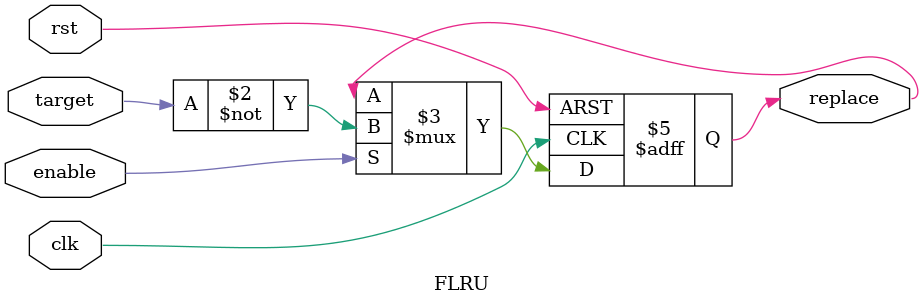
<source format=v>
`timescale 1ns / 1ps

//___.5
// module FLRU(
//     input clk,rst,
//     input enable,
//     input [1:0] target,
//     output [1:0] replace
//     );

//     reg rt;
//     reg [1:0] sn;

//     always@(posedge clk or posedge rst)
//     begin
//         if(rst)
//         begin
//             rt <= 1'b0;
//             sn <= 2'b0;
//         end
//         else if(enable)
//         begin
//             rt <= ~target[1];
//             sn[target[1]] <= ~target[0];
//         end
//     end

//     assign replace = {rt,sn[rt]};
// endmodule

module FLRU(
    input clk,rst,
    input enable,
    input target,
    output reg replace
    );

    always@(posedge clk or posedge rst)
    begin
        if(rst)
        begin
            replace <= 1'b0;
        end
        else if(enable)
        begin
            replace <= ~target;
        end
    end
endmodule
</source>
